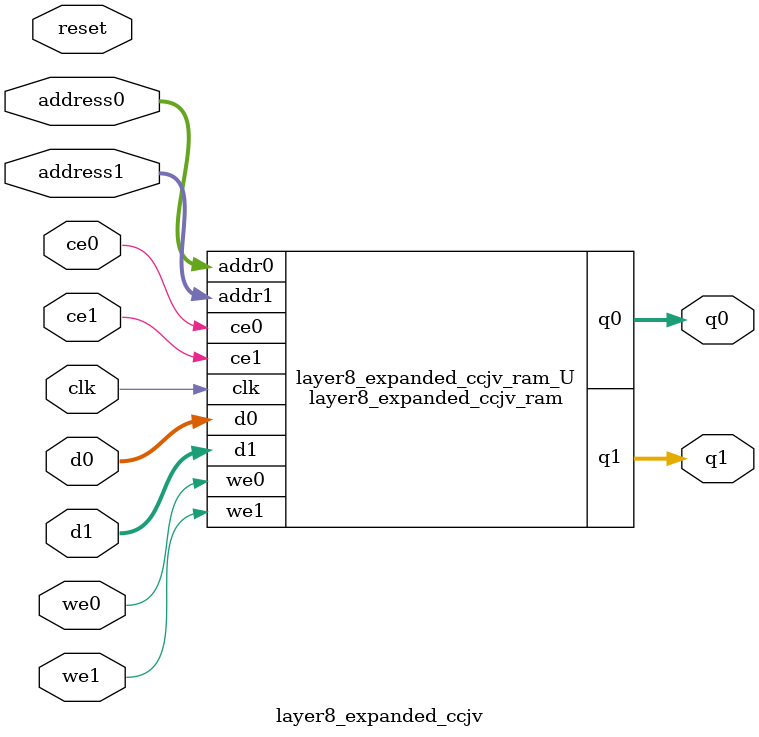
<source format=v>
`timescale 1 ns / 1 ps
module layer8_expanded_ccjv_ram (addr0, ce0, d0, we0, q0, addr1, ce1, d1, we1, q1,  clk);

parameter DWIDTH = 12;
parameter AWIDTH = 12;
parameter MEM_SIZE = 2363;

input[AWIDTH-1:0] addr0;
input ce0;
input[DWIDTH-1:0] d0;
input we0;
output reg[DWIDTH-1:0] q0;
input[AWIDTH-1:0] addr1;
input ce1;
input[DWIDTH-1:0] d1;
input we1;
output reg[DWIDTH-1:0] q1;
input clk;

(* ram_style = "block" *)reg [DWIDTH-1:0] ram[0:MEM_SIZE-1];




always @(posedge clk)  
begin 
    if (ce0) 
    begin
        if (we0) 
        begin 
            ram[addr0] <= d0; 
        end 
        q0 <= ram[addr0];
    end
end


always @(posedge clk)  
begin 
    if (ce1) 
    begin
        if (we1) 
        begin 
            ram[addr1] <= d1; 
        end 
        q1 <= ram[addr1];
    end
end


endmodule

`timescale 1 ns / 1 ps
module layer8_expanded_ccjv(
    reset,
    clk,
    address0,
    ce0,
    we0,
    d0,
    q0,
    address1,
    ce1,
    we1,
    d1,
    q1);

parameter DataWidth = 32'd12;
parameter AddressRange = 32'd2363;
parameter AddressWidth = 32'd12;
input reset;
input clk;
input[AddressWidth - 1:0] address0;
input ce0;
input we0;
input[DataWidth - 1:0] d0;
output[DataWidth - 1:0] q0;
input[AddressWidth - 1:0] address1;
input ce1;
input we1;
input[DataWidth - 1:0] d1;
output[DataWidth - 1:0] q1;



layer8_expanded_ccjv_ram layer8_expanded_ccjv_ram_U(
    .clk( clk ),
    .addr0( address0 ),
    .ce0( ce0 ),
    .we0( we0 ),
    .d0( d0 ),
    .q0( q0 ),
    .addr1( address1 ),
    .ce1( ce1 ),
    .we1( we1 ),
    .d1( d1 ),
    .q1( q1 ));

endmodule


</source>
